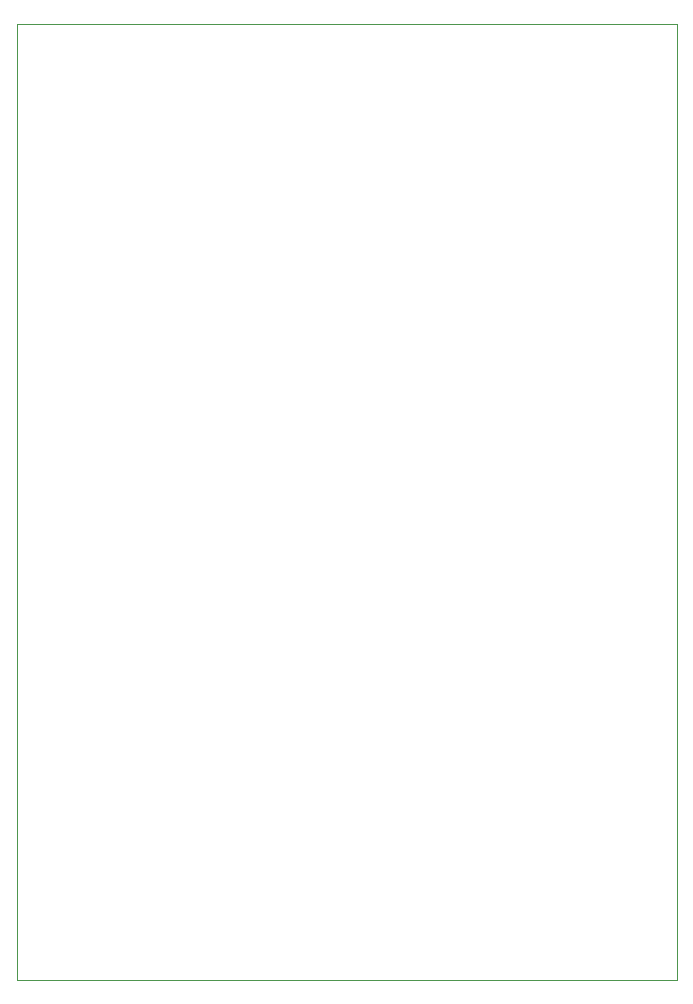
<source format=gbr>
G04 #@! TF.GenerationSoftware,KiCad,Pcbnew,(5.1.5)-3*
G04 #@! TF.CreationDate,2021-06-07T18:41:19+02:00*
G04 #@! TF.ProjectId,IotHenHouse,496f7448-656e-4486-9f75-73652e6b6963,rev?*
G04 #@! TF.SameCoordinates,Original*
G04 #@! TF.FileFunction,Profile,NP*
%FSLAX46Y46*%
G04 Gerber Fmt 4.6, Leading zero omitted, Abs format (unit mm)*
G04 Created by KiCad (PCBNEW (5.1.5)-3) date 2021-06-07 18:41:19*
%MOMM*%
%LPD*%
G04 APERTURE LIST*
%ADD10C,0.050000*%
G04 APERTURE END LIST*
D10*
X90805000Y-56896000D02*
X90805000Y-74295000D01*
X34925000Y-56896000D02*
X90805000Y-56896000D01*
X34925000Y-56896000D02*
X34925000Y-137795000D01*
X90805000Y-137795000D02*
X90805000Y-74295000D01*
X34925000Y-137795000D02*
X90805000Y-137795000D01*
M02*

</source>
